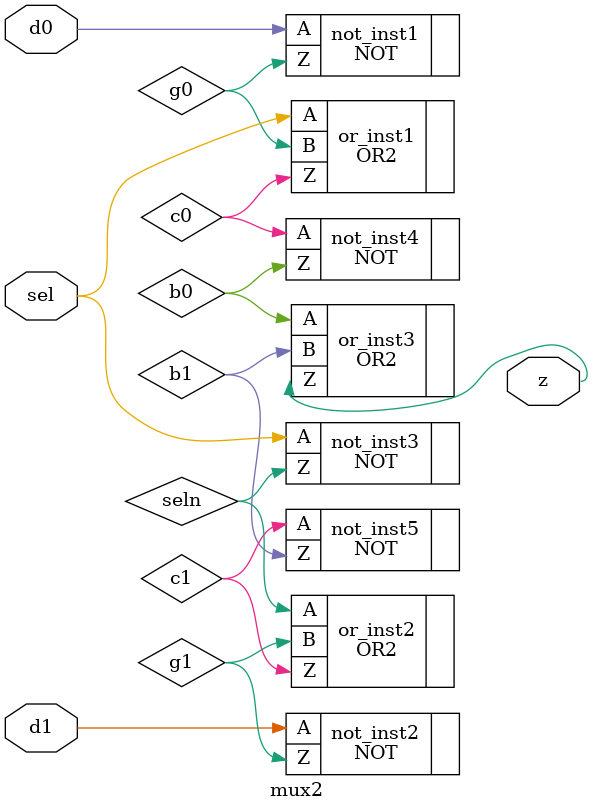
<source format=sv>
module mux2 (
    input logic d0,          // Data input 0
    input logic d1,          // Data input 1
    input logic sel,         // Select input
    output logic z           // Output
);

logic g0,g1,c0,c1,b0,b1,seln;
NOT #(.Tpdhl(5), .Tpdlh(5)) not_inst1(.Z(g0),.A(d0));
NOT #(.Tpdhl(5), .Tpdlh(5)) not_inst2(.Z(g1),.A(d1));
NOT #(.Tpdhl(5), .Tpdlh(5)) not_inst3(.Z(seln),.A(sel));
OR2 #(.Tpdhl(1), .Tpdlh(1)) or_inst1(.Z(c0),.A(sel), .B(g0));
OR2 #(.Tpdhl(1), .Tpdlh(1)) or_inst2(.Z(c1),.A(seln), .B(g1));
NOT #(.Tpdhl(5), .Tpdlh(5)) not_inst4(.Z(b0),.A(c0));
NOT #(.Tpdhl(5), .Tpdlh(5)) not_inst5(.Z(b1),.A(c1));
OR2 #(.Tpdhl(1), .Tpdlh(1)) or_inst3(.Z(z),.A(b0), .B(b1));

endmodule

</source>
